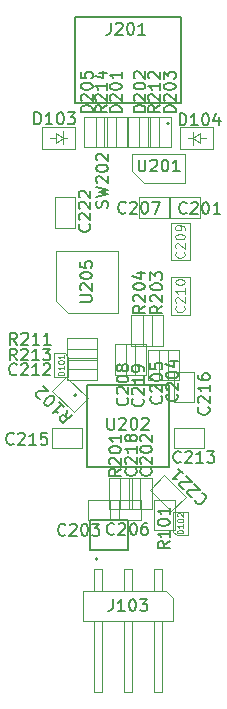
<source format=gbr>
G04 #@! TF.GenerationSoftware,KiCad,Pcbnew,(6.0.4)*
G04 #@! TF.CreationDate,2022-04-24T13:36:31-06:00*
G04 #@! TF.ProjectId,RP2040 Dev Board,52503230-3430-4204-9465-7620426f6172,2*
G04 #@! TF.SameCoordinates,Original*
G04 #@! TF.FileFunction,AssemblyDrawing,Top*
%FSLAX46Y46*%
G04 Gerber Fmt 4.6, Leading zero omitted, Abs format (unit mm)*
G04 Created by KiCad (PCBNEW (6.0.4)) date 2022-04-24 13:36:31*
%MOMM*%
%LPD*%
G01*
G04 APERTURE LIST*
%ADD10C,0.150000*%
%ADD11C,0.080000*%
%ADD12C,0.120000*%
%ADD13C,0.127000*%
%ADD14C,0.200000*%
%ADD15C,0.100000*%
G04 APERTURE END LIST*
D10*
X151370952Y-64327142D02*
X151323333Y-64374761D01*
X151180476Y-64422380D01*
X151085238Y-64422380D01*
X150942380Y-64374761D01*
X150847142Y-64279523D01*
X150799523Y-64184285D01*
X150751904Y-63993809D01*
X150751904Y-63850952D01*
X150799523Y-63660476D01*
X150847142Y-63565238D01*
X150942380Y-63470000D01*
X151085238Y-63422380D01*
X151180476Y-63422380D01*
X151323333Y-63470000D01*
X151370952Y-63517619D01*
X151751904Y-63517619D02*
X151799523Y-63470000D01*
X151894761Y-63422380D01*
X152132857Y-63422380D01*
X152228095Y-63470000D01*
X152275714Y-63517619D01*
X152323333Y-63612857D01*
X152323333Y-63708095D01*
X152275714Y-63850952D01*
X151704285Y-64422380D01*
X152323333Y-64422380D01*
X153275714Y-64422380D02*
X152704285Y-64422380D01*
X152990000Y-64422380D02*
X152990000Y-63422380D01*
X152894761Y-63565238D01*
X152799523Y-63660476D01*
X152704285Y-63708095D01*
X153609047Y-63422380D02*
X154228095Y-63422380D01*
X153894761Y-63803333D01*
X154037619Y-63803333D01*
X154132857Y-63850952D01*
X154180476Y-63898571D01*
X154228095Y-63993809D01*
X154228095Y-64231904D01*
X154180476Y-64327142D01*
X154132857Y-64374761D01*
X154037619Y-64422380D01*
X153751904Y-64422380D01*
X153656666Y-64374761D01*
X153609047Y-64327142D01*
X137220952Y-62797142D02*
X137173333Y-62844761D01*
X137030476Y-62892380D01*
X136935238Y-62892380D01*
X136792380Y-62844761D01*
X136697142Y-62749523D01*
X136649523Y-62654285D01*
X136601904Y-62463809D01*
X136601904Y-62320952D01*
X136649523Y-62130476D01*
X136697142Y-62035238D01*
X136792380Y-61940000D01*
X136935238Y-61892380D01*
X137030476Y-61892380D01*
X137173333Y-61940000D01*
X137220952Y-61987619D01*
X137601904Y-61987619D02*
X137649523Y-61940000D01*
X137744761Y-61892380D01*
X137982857Y-61892380D01*
X138078095Y-61940000D01*
X138125714Y-61987619D01*
X138173333Y-62082857D01*
X138173333Y-62178095D01*
X138125714Y-62320952D01*
X137554285Y-62892380D01*
X138173333Y-62892380D01*
X139125714Y-62892380D02*
X138554285Y-62892380D01*
X138840000Y-62892380D02*
X138840000Y-61892380D01*
X138744761Y-62035238D01*
X138649523Y-62130476D01*
X138554285Y-62178095D01*
X140030476Y-61892380D02*
X139554285Y-61892380D01*
X139506666Y-62368571D01*
X139554285Y-62320952D01*
X139649523Y-62273333D01*
X139887619Y-62273333D01*
X139982857Y-62320952D01*
X140030476Y-62368571D01*
X140078095Y-62463809D01*
X140078095Y-62701904D01*
X140030476Y-62797142D01*
X139982857Y-62844761D01*
X139887619Y-62892380D01*
X139649523Y-62892380D01*
X139554285Y-62844761D01*
X139506666Y-62797142D01*
X145740952Y-70427142D02*
X145693333Y-70474761D01*
X145550476Y-70522380D01*
X145455238Y-70522380D01*
X145312380Y-70474761D01*
X145217142Y-70379523D01*
X145169523Y-70284285D01*
X145121904Y-70093809D01*
X145121904Y-69950952D01*
X145169523Y-69760476D01*
X145217142Y-69665238D01*
X145312380Y-69570000D01*
X145455238Y-69522380D01*
X145550476Y-69522380D01*
X145693333Y-69570000D01*
X145740952Y-69617619D01*
X146121904Y-69617619D02*
X146169523Y-69570000D01*
X146264761Y-69522380D01*
X146502857Y-69522380D01*
X146598095Y-69570000D01*
X146645714Y-69617619D01*
X146693333Y-69712857D01*
X146693333Y-69808095D01*
X146645714Y-69950952D01*
X146074285Y-70522380D01*
X146693333Y-70522380D01*
X147312380Y-69522380D02*
X147407619Y-69522380D01*
X147502857Y-69570000D01*
X147550476Y-69617619D01*
X147598095Y-69712857D01*
X147645714Y-69903333D01*
X147645714Y-70141428D01*
X147598095Y-70331904D01*
X147550476Y-70427142D01*
X147502857Y-70474761D01*
X147407619Y-70522380D01*
X147312380Y-70522380D01*
X147217142Y-70474761D01*
X147169523Y-70427142D01*
X147121904Y-70331904D01*
X147074285Y-70141428D01*
X147074285Y-69903333D01*
X147121904Y-69712857D01*
X147169523Y-69617619D01*
X147217142Y-69570000D01*
X147312380Y-69522380D01*
X148502857Y-69522380D02*
X148312380Y-69522380D01*
X148217142Y-69570000D01*
X148169523Y-69617619D01*
X148074285Y-69760476D01*
X148026666Y-69950952D01*
X148026666Y-70331904D01*
X148074285Y-70427142D01*
X148121904Y-70474761D01*
X148217142Y-70522380D01*
X148407619Y-70522380D01*
X148502857Y-70474761D01*
X148550476Y-70427142D01*
X148598095Y-70331904D01*
X148598095Y-70093809D01*
X148550476Y-69998571D01*
X148502857Y-69950952D01*
X148407619Y-69903333D01*
X148217142Y-69903333D01*
X148121904Y-69950952D01*
X148074285Y-69998571D01*
X148026666Y-70093809D01*
X151027142Y-58609047D02*
X151074761Y-58656666D01*
X151122380Y-58799523D01*
X151122380Y-58894761D01*
X151074761Y-59037619D01*
X150979523Y-59132857D01*
X150884285Y-59180476D01*
X150693809Y-59228095D01*
X150550952Y-59228095D01*
X150360476Y-59180476D01*
X150265238Y-59132857D01*
X150170000Y-59037619D01*
X150122380Y-58894761D01*
X150122380Y-58799523D01*
X150170000Y-58656666D01*
X150217619Y-58609047D01*
X150217619Y-58228095D02*
X150170000Y-58180476D01*
X150122380Y-58085238D01*
X150122380Y-57847142D01*
X150170000Y-57751904D01*
X150217619Y-57704285D01*
X150312857Y-57656666D01*
X150408095Y-57656666D01*
X150550952Y-57704285D01*
X151122380Y-58275714D01*
X151122380Y-57656666D01*
X150122380Y-57037619D02*
X150122380Y-56942380D01*
X150170000Y-56847142D01*
X150217619Y-56799523D01*
X150312857Y-56751904D01*
X150503333Y-56704285D01*
X150741428Y-56704285D01*
X150931904Y-56751904D01*
X151027142Y-56799523D01*
X151074761Y-56847142D01*
X151122380Y-56942380D01*
X151122380Y-57037619D01*
X151074761Y-57132857D01*
X151027142Y-57180476D01*
X150931904Y-57228095D01*
X150741428Y-57275714D01*
X150503333Y-57275714D01*
X150312857Y-57228095D01*
X150217619Y-57180476D01*
X150170000Y-57132857D01*
X150122380Y-57037619D01*
X150455714Y-55847142D02*
X151122380Y-55847142D01*
X150074761Y-56085238D02*
X150789047Y-56323333D01*
X150789047Y-55704285D01*
X151279523Y-35842380D02*
X151279523Y-34842380D01*
X151517619Y-34842380D01*
X151660476Y-34890000D01*
X151755714Y-34985238D01*
X151803333Y-35080476D01*
X151850952Y-35270952D01*
X151850952Y-35413809D01*
X151803333Y-35604285D01*
X151755714Y-35699523D01*
X151660476Y-35794761D01*
X151517619Y-35842380D01*
X151279523Y-35842380D01*
X152803333Y-35842380D02*
X152231904Y-35842380D01*
X152517619Y-35842380D02*
X152517619Y-34842380D01*
X152422380Y-34985238D01*
X152327142Y-35080476D01*
X152231904Y-35128095D01*
X153422380Y-34842380D02*
X153517619Y-34842380D01*
X153612857Y-34890000D01*
X153660476Y-34937619D01*
X153708095Y-35032857D01*
X153755714Y-35223333D01*
X153755714Y-35461428D01*
X153708095Y-35651904D01*
X153660476Y-35747142D01*
X153612857Y-35794761D01*
X153517619Y-35842380D01*
X153422380Y-35842380D01*
X153327142Y-35794761D01*
X153279523Y-35747142D01*
X153231904Y-35651904D01*
X153184285Y-35461428D01*
X153184285Y-35223333D01*
X153231904Y-35032857D01*
X153279523Y-34937619D01*
X153327142Y-34890000D01*
X153422380Y-34842380D01*
X154612857Y-35175714D02*
X154612857Y-35842380D01*
X154374761Y-34794761D02*
X154136666Y-35509047D01*
X154755714Y-35509047D01*
X147557142Y-64899047D02*
X147604761Y-64946666D01*
X147652380Y-65089523D01*
X147652380Y-65184761D01*
X147604761Y-65327619D01*
X147509523Y-65422857D01*
X147414285Y-65470476D01*
X147223809Y-65518095D01*
X147080952Y-65518095D01*
X146890476Y-65470476D01*
X146795238Y-65422857D01*
X146700000Y-65327619D01*
X146652380Y-65184761D01*
X146652380Y-65089523D01*
X146700000Y-64946666D01*
X146747619Y-64899047D01*
X146747619Y-64518095D02*
X146700000Y-64470476D01*
X146652380Y-64375238D01*
X146652380Y-64137142D01*
X146700000Y-64041904D01*
X146747619Y-63994285D01*
X146842857Y-63946666D01*
X146938095Y-63946666D01*
X147080952Y-63994285D01*
X147652380Y-64565714D01*
X147652380Y-63946666D01*
X147652380Y-62994285D02*
X147652380Y-63565714D01*
X147652380Y-63280000D02*
X146652380Y-63280000D01*
X146795238Y-63375238D01*
X146890476Y-63470476D01*
X146938095Y-63565714D01*
X147080952Y-62422857D02*
X147033333Y-62518095D01*
X146985714Y-62565714D01*
X146890476Y-62613333D01*
X146842857Y-62613333D01*
X146747619Y-62565714D01*
X146700000Y-62518095D01*
X146652380Y-62422857D01*
X146652380Y-62232380D01*
X146700000Y-62137142D01*
X146747619Y-62089523D01*
X146842857Y-62041904D01*
X146890476Y-62041904D01*
X146985714Y-62089523D01*
X147033333Y-62137142D01*
X147080952Y-62232380D01*
X147080952Y-62422857D01*
X147128571Y-62518095D01*
X147176190Y-62565714D01*
X147271428Y-62613333D01*
X147461904Y-62613333D01*
X147557142Y-62565714D01*
X147604761Y-62518095D01*
X147652380Y-62422857D01*
X147652380Y-62232380D01*
X147604761Y-62137142D01*
X147557142Y-62089523D01*
X147461904Y-62041904D01*
X147271428Y-62041904D01*
X147176190Y-62089523D01*
X147128571Y-62137142D01*
X147080952Y-62232380D01*
X146700952Y-43227142D02*
X146653333Y-43274761D01*
X146510476Y-43322380D01*
X146415238Y-43322380D01*
X146272380Y-43274761D01*
X146177142Y-43179523D01*
X146129523Y-43084285D01*
X146081904Y-42893809D01*
X146081904Y-42750952D01*
X146129523Y-42560476D01*
X146177142Y-42465238D01*
X146272380Y-42370000D01*
X146415238Y-42322380D01*
X146510476Y-42322380D01*
X146653333Y-42370000D01*
X146700952Y-42417619D01*
X147081904Y-42417619D02*
X147129523Y-42370000D01*
X147224761Y-42322380D01*
X147462857Y-42322380D01*
X147558095Y-42370000D01*
X147605714Y-42417619D01*
X147653333Y-42512857D01*
X147653333Y-42608095D01*
X147605714Y-42750952D01*
X147034285Y-43322380D01*
X147653333Y-43322380D01*
X148272380Y-42322380D02*
X148367619Y-42322380D01*
X148462857Y-42370000D01*
X148510476Y-42417619D01*
X148558095Y-42512857D01*
X148605714Y-42703333D01*
X148605714Y-42941428D01*
X148558095Y-43131904D01*
X148510476Y-43227142D01*
X148462857Y-43274761D01*
X148367619Y-43322380D01*
X148272380Y-43322380D01*
X148177142Y-43274761D01*
X148129523Y-43227142D01*
X148081904Y-43131904D01*
X148034285Y-42941428D01*
X148034285Y-42703333D01*
X148081904Y-42512857D01*
X148129523Y-42417619D01*
X148177142Y-42370000D01*
X148272380Y-42322380D01*
X148939047Y-42322380D02*
X149605714Y-42322380D01*
X149177142Y-43322380D01*
X141610952Y-70497142D02*
X141563333Y-70544761D01*
X141420476Y-70592380D01*
X141325238Y-70592380D01*
X141182380Y-70544761D01*
X141087142Y-70449523D01*
X141039523Y-70354285D01*
X140991904Y-70163809D01*
X140991904Y-70020952D01*
X141039523Y-69830476D01*
X141087142Y-69735238D01*
X141182380Y-69640000D01*
X141325238Y-69592380D01*
X141420476Y-69592380D01*
X141563333Y-69640000D01*
X141610952Y-69687619D01*
X141991904Y-69687619D02*
X142039523Y-69640000D01*
X142134761Y-69592380D01*
X142372857Y-69592380D01*
X142468095Y-69640000D01*
X142515714Y-69687619D01*
X142563333Y-69782857D01*
X142563333Y-69878095D01*
X142515714Y-70020952D01*
X141944285Y-70592380D01*
X142563333Y-70592380D01*
X143182380Y-69592380D02*
X143277619Y-69592380D01*
X143372857Y-69640000D01*
X143420476Y-69687619D01*
X143468095Y-69782857D01*
X143515714Y-69973333D01*
X143515714Y-70211428D01*
X143468095Y-70401904D01*
X143420476Y-70497142D01*
X143372857Y-70544761D01*
X143277619Y-70592380D01*
X143182380Y-70592380D01*
X143087142Y-70544761D01*
X143039523Y-70497142D01*
X142991904Y-70401904D01*
X142944285Y-70211428D01*
X142944285Y-69973333D01*
X142991904Y-69782857D01*
X143039523Y-69687619D01*
X143087142Y-69640000D01*
X143182380Y-69592380D01*
X143849047Y-69592380D02*
X144468095Y-69592380D01*
X144134761Y-69973333D01*
X144277619Y-69973333D01*
X144372857Y-70020952D01*
X144420476Y-70068571D01*
X144468095Y-70163809D01*
X144468095Y-70401904D01*
X144420476Y-70497142D01*
X144372857Y-70544761D01*
X144277619Y-70592380D01*
X143991904Y-70592380D01*
X143896666Y-70544761D01*
X143849047Y-70497142D01*
X146837142Y-58949047D02*
X146884761Y-58996666D01*
X146932380Y-59139523D01*
X146932380Y-59234761D01*
X146884761Y-59377619D01*
X146789523Y-59472857D01*
X146694285Y-59520476D01*
X146503809Y-59568095D01*
X146360952Y-59568095D01*
X146170476Y-59520476D01*
X146075238Y-59472857D01*
X145980000Y-59377619D01*
X145932380Y-59234761D01*
X145932380Y-59139523D01*
X145980000Y-58996666D01*
X146027619Y-58949047D01*
X146027619Y-58568095D02*
X145980000Y-58520476D01*
X145932380Y-58425238D01*
X145932380Y-58187142D01*
X145980000Y-58091904D01*
X146027619Y-58044285D01*
X146122857Y-57996666D01*
X146218095Y-57996666D01*
X146360952Y-58044285D01*
X146932380Y-58615714D01*
X146932380Y-57996666D01*
X145932380Y-57377619D02*
X145932380Y-57282380D01*
X145980000Y-57187142D01*
X146027619Y-57139523D01*
X146122857Y-57091904D01*
X146313333Y-57044285D01*
X146551428Y-57044285D01*
X146741904Y-57091904D01*
X146837142Y-57139523D01*
X146884761Y-57187142D01*
X146932380Y-57282380D01*
X146932380Y-57377619D01*
X146884761Y-57472857D01*
X146837142Y-57520476D01*
X146741904Y-57568095D01*
X146551428Y-57615714D01*
X146313333Y-57615714D01*
X146122857Y-57568095D01*
X146027619Y-57520476D01*
X145980000Y-57472857D01*
X145932380Y-57377619D01*
X146360952Y-56472857D02*
X146313333Y-56568095D01*
X146265714Y-56615714D01*
X146170476Y-56663333D01*
X146122857Y-56663333D01*
X146027619Y-56615714D01*
X145980000Y-56568095D01*
X145932380Y-56472857D01*
X145932380Y-56282380D01*
X145980000Y-56187142D01*
X146027619Y-56139523D01*
X146122857Y-56091904D01*
X146170476Y-56091904D01*
X146265714Y-56139523D01*
X146313333Y-56187142D01*
X146360952Y-56282380D01*
X146360952Y-56472857D01*
X146408571Y-56568095D01*
X146456190Y-56615714D01*
X146551428Y-56663333D01*
X146741904Y-56663333D01*
X146837142Y-56615714D01*
X146884761Y-56568095D01*
X146932380Y-56472857D01*
X146932380Y-56282380D01*
X146884761Y-56187142D01*
X146837142Y-56139523D01*
X146741904Y-56091904D01*
X146551428Y-56091904D01*
X146456190Y-56139523D01*
X146408571Y-56187142D01*
X146360952Y-56282380D01*
X149707142Y-58799047D02*
X149754761Y-58846666D01*
X149802380Y-58989523D01*
X149802380Y-59084761D01*
X149754761Y-59227619D01*
X149659523Y-59322857D01*
X149564285Y-59370476D01*
X149373809Y-59418095D01*
X149230952Y-59418095D01*
X149040476Y-59370476D01*
X148945238Y-59322857D01*
X148850000Y-59227619D01*
X148802380Y-59084761D01*
X148802380Y-58989523D01*
X148850000Y-58846666D01*
X148897619Y-58799047D01*
X148897619Y-58418095D02*
X148850000Y-58370476D01*
X148802380Y-58275238D01*
X148802380Y-58037142D01*
X148850000Y-57941904D01*
X148897619Y-57894285D01*
X148992857Y-57846666D01*
X149088095Y-57846666D01*
X149230952Y-57894285D01*
X149802380Y-58465714D01*
X149802380Y-57846666D01*
X148802380Y-57227619D02*
X148802380Y-57132380D01*
X148850000Y-57037142D01*
X148897619Y-56989523D01*
X148992857Y-56941904D01*
X149183333Y-56894285D01*
X149421428Y-56894285D01*
X149611904Y-56941904D01*
X149707142Y-56989523D01*
X149754761Y-57037142D01*
X149802380Y-57132380D01*
X149802380Y-57227619D01*
X149754761Y-57322857D01*
X149707142Y-57370476D01*
X149611904Y-57418095D01*
X149421428Y-57465714D01*
X149183333Y-57465714D01*
X148992857Y-57418095D01*
X148897619Y-57370476D01*
X148850000Y-57322857D01*
X148802380Y-57227619D01*
X148802380Y-55989523D02*
X148802380Y-56465714D01*
X149278571Y-56513333D01*
X149230952Y-56465714D01*
X149183333Y-56370476D01*
X149183333Y-56132380D01*
X149230952Y-56037142D01*
X149278571Y-55989523D01*
X149373809Y-55941904D01*
X149611904Y-55941904D01*
X149707142Y-55989523D01*
X149754761Y-56037142D01*
X149802380Y-56132380D01*
X149802380Y-56370476D01*
X149754761Y-56465714D01*
X149707142Y-56513333D01*
D11*
X151571190Y-70400238D02*
X151071190Y-70400238D01*
X151071190Y-70281190D01*
X151095000Y-70209761D01*
X151142619Y-70162142D01*
X151190238Y-70138333D01*
X151285476Y-70114523D01*
X151356904Y-70114523D01*
X151452142Y-70138333D01*
X151499761Y-70162142D01*
X151547380Y-70209761D01*
X151571190Y-70281190D01*
X151571190Y-70400238D01*
X151571190Y-69638333D02*
X151571190Y-69924047D01*
X151571190Y-69781190D02*
X151071190Y-69781190D01*
X151142619Y-69828809D01*
X151190238Y-69876428D01*
X151214047Y-69924047D01*
X151071190Y-69328809D02*
X151071190Y-69281190D01*
X151095000Y-69233571D01*
X151118809Y-69209761D01*
X151166428Y-69185952D01*
X151261666Y-69162142D01*
X151380714Y-69162142D01*
X151475952Y-69185952D01*
X151523571Y-69209761D01*
X151547380Y-69233571D01*
X151571190Y-69281190D01*
X151571190Y-69328809D01*
X151547380Y-69376428D01*
X151523571Y-69400238D01*
X151475952Y-69424047D01*
X151380714Y-69447857D01*
X151261666Y-69447857D01*
X151166428Y-69424047D01*
X151118809Y-69400238D01*
X151095000Y-69376428D01*
X151071190Y-69328809D01*
X151118809Y-68971666D02*
X151095000Y-68947857D01*
X151071190Y-68900238D01*
X151071190Y-68781190D01*
X151095000Y-68733571D01*
X151118809Y-68709761D01*
X151166428Y-68685952D01*
X151214047Y-68685952D01*
X151285476Y-68709761D01*
X151571190Y-68995476D01*
X151571190Y-68685952D01*
D10*
X147795714Y-38752380D02*
X147795714Y-39561904D01*
X147843333Y-39657142D01*
X147890952Y-39704761D01*
X147986190Y-39752380D01*
X148176666Y-39752380D01*
X148271904Y-39704761D01*
X148319523Y-39657142D01*
X148367142Y-39561904D01*
X148367142Y-38752380D01*
X148795714Y-38847619D02*
X148843333Y-38800000D01*
X148938571Y-38752380D01*
X149176666Y-38752380D01*
X149271904Y-38800000D01*
X149319523Y-38847619D01*
X149367142Y-38942857D01*
X149367142Y-39038095D01*
X149319523Y-39180952D01*
X148748095Y-39752380D01*
X149367142Y-39752380D01*
X149986190Y-38752380D02*
X150081428Y-38752380D01*
X150176666Y-38800000D01*
X150224285Y-38847619D01*
X150271904Y-38942857D01*
X150319523Y-39133333D01*
X150319523Y-39371428D01*
X150271904Y-39561904D01*
X150224285Y-39657142D01*
X150176666Y-39704761D01*
X150081428Y-39752380D01*
X149986190Y-39752380D01*
X149890952Y-39704761D01*
X149843333Y-39657142D01*
X149795714Y-39561904D01*
X149748095Y-39371428D01*
X149748095Y-39133333D01*
X149795714Y-38942857D01*
X149843333Y-38847619D01*
X149890952Y-38800000D01*
X149986190Y-38752380D01*
X151271904Y-39752380D02*
X150700476Y-39752380D01*
X150986190Y-39752380D02*
X150986190Y-38752380D01*
X150890952Y-38895238D01*
X150795714Y-38990476D01*
X150700476Y-39038095D01*
X153133824Y-66998748D02*
X153201167Y-66998748D01*
X153335854Y-67066091D01*
X153403198Y-67133435D01*
X153470541Y-67268122D01*
X153470541Y-67402809D01*
X153436870Y-67503824D01*
X153335854Y-67672183D01*
X153234839Y-67773198D01*
X153066480Y-67874213D01*
X152965465Y-67907885D01*
X152830778Y-67907885D01*
X152696091Y-67840541D01*
X152628748Y-67773198D01*
X152561404Y-67638511D01*
X152561404Y-67571167D01*
X152292030Y-67301793D02*
X152224687Y-67301793D01*
X152123671Y-67268122D01*
X151955312Y-67099763D01*
X151921641Y-66998748D01*
X151921641Y-66931404D01*
X151955312Y-66830389D01*
X152022656Y-66763045D01*
X152157343Y-66695702D01*
X152965465Y-66695702D01*
X152527732Y-66257969D01*
X151618595Y-66628358D02*
X151551251Y-66628358D01*
X151450236Y-66594687D01*
X151281877Y-66426328D01*
X151248206Y-66325312D01*
X151248206Y-66257969D01*
X151281877Y-66156954D01*
X151349221Y-66089610D01*
X151483908Y-66022267D01*
X152292030Y-66022267D01*
X151854297Y-65584534D01*
X151180862Y-64911099D02*
X151584923Y-65315160D01*
X151382893Y-65113129D02*
X150675786Y-65820236D01*
X150844145Y-65786564D01*
X150978832Y-65786564D01*
X151079847Y-65820236D01*
X142862380Y-50814285D02*
X143671904Y-50814285D01*
X143767142Y-50766666D01*
X143814761Y-50719047D01*
X143862380Y-50623809D01*
X143862380Y-50433333D01*
X143814761Y-50338095D01*
X143767142Y-50290476D01*
X143671904Y-50242857D01*
X142862380Y-50242857D01*
X142957619Y-49814285D02*
X142910000Y-49766666D01*
X142862380Y-49671428D01*
X142862380Y-49433333D01*
X142910000Y-49338095D01*
X142957619Y-49290476D01*
X143052857Y-49242857D01*
X143148095Y-49242857D01*
X143290952Y-49290476D01*
X143862380Y-49861904D01*
X143862380Y-49242857D01*
X142862380Y-48623809D02*
X142862380Y-48528571D01*
X142910000Y-48433333D01*
X142957619Y-48385714D01*
X143052857Y-48338095D01*
X143243333Y-48290476D01*
X143481428Y-48290476D01*
X143671904Y-48338095D01*
X143767142Y-48385714D01*
X143814761Y-48433333D01*
X143862380Y-48528571D01*
X143862380Y-48623809D01*
X143814761Y-48719047D01*
X143767142Y-48766666D01*
X143671904Y-48814285D01*
X143481428Y-48861904D01*
X143243333Y-48861904D01*
X143052857Y-48814285D01*
X142957619Y-48766666D01*
X142910000Y-48719047D01*
X142862380Y-48623809D01*
X142862380Y-47385714D02*
X142862380Y-47861904D01*
X143338571Y-47909523D01*
X143290952Y-47861904D01*
X143243333Y-47766666D01*
X143243333Y-47528571D01*
X143290952Y-47433333D01*
X143338571Y-47385714D01*
X143433809Y-47338095D01*
X143671904Y-47338095D01*
X143767142Y-47385714D01*
X143814761Y-47433333D01*
X143862380Y-47528571D01*
X143862380Y-47766666D01*
X143814761Y-47861904D01*
X143767142Y-47909523D01*
D12*
X151625714Y-51175238D02*
X151663809Y-51213333D01*
X151701904Y-51327619D01*
X151701904Y-51403809D01*
X151663809Y-51518095D01*
X151587619Y-51594285D01*
X151511428Y-51632380D01*
X151359047Y-51670476D01*
X151244761Y-51670476D01*
X151092380Y-51632380D01*
X151016190Y-51594285D01*
X150940000Y-51518095D01*
X150901904Y-51403809D01*
X150901904Y-51327619D01*
X150940000Y-51213333D01*
X150978095Y-51175238D01*
X150978095Y-50870476D02*
X150940000Y-50832380D01*
X150901904Y-50756190D01*
X150901904Y-50565714D01*
X150940000Y-50489523D01*
X150978095Y-50451428D01*
X151054285Y-50413333D01*
X151130476Y-50413333D01*
X151244761Y-50451428D01*
X151701904Y-50908571D01*
X151701904Y-50413333D01*
X151701904Y-49651428D02*
X151701904Y-50108571D01*
X151701904Y-49880000D02*
X150901904Y-49880000D01*
X151016190Y-49956190D01*
X151092380Y-50032380D01*
X151130476Y-50108571D01*
X150901904Y-49156190D02*
X150901904Y-49080000D01*
X150940000Y-49003809D01*
X150978095Y-48965714D01*
X151054285Y-48927619D01*
X151206666Y-48889523D01*
X151397142Y-48889523D01*
X151549523Y-48927619D01*
X151625714Y-48965714D01*
X151663809Y-49003809D01*
X151701904Y-49080000D01*
X151701904Y-49156190D01*
X151663809Y-49232380D01*
X151625714Y-49270476D01*
X151549523Y-49308571D01*
X151397142Y-49346666D01*
X151206666Y-49346666D01*
X151054285Y-49308571D01*
X150978095Y-49270476D01*
X150940000Y-49232380D01*
X150901904Y-49156190D01*
D10*
X145444285Y-27182380D02*
X145444285Y-27896666D01*
X145396666Y-28039523D01*
X145301428Y-28134761D01*
X145158571Y-28182380D01*
X145063333Y-28182380D01*
X145872857Y-27277619D02*
X145920476Y-27230000D01*
X146015714Y-27182380D01*
X146253809Y-27182380D01*
X146349047Y-27230000D01*
X146396666Y-27277619D01*
X146444285Y-27372857D01*
X146444285Y-27468095D01*
X146396666Y-27610952D01*
X145825238Y-28182380D01*
X146444285Y-28182380D01*
X147063333Y-27182380D02*
X147158571Y-27182380D01*
X147253809Y-27230000D01*
X147301428Y-27277619D01*
X147349047Y-27372857D01*
X147396666Y-27563333D01*
X147396666Y-27801428D01*
X147349047Y-27991904D01*
X147301428Y-28087142D01*
X147253809Y-28134761D01*
X147158571Y-28182380D01*
X147063333Y-28182380D01*
X146968095Y-28134761D01*
X146920476Y-28087142D01*
X146872857Y-27991904D01*
X146825238Y-27801428D01*
X146825238Y-27563333D01*
X146872857Y-27372857D01*
X146920476Y-27277619D01*
X146968095Y-27230000D01*
X147063333Y-27182380D01*
X148349047Y-28182380D02*
X147777619Y-28182380D01*
X148063333Y-28182380D02*
X148063333Y-27182380D01*
X147968095Y-27325238D01*
X147872857Y-27420476D01*
X147777619Y-27468095D01*
X143902380Y-34730476D02*
X142902380Y-34730476D01*
X142902380Y-34492380D01*
X142950000Y-34349523D01*
X143045238Y-34254285D01*
X143140476Y-34206666D01*
X143330952Y-34159047D01*
X143473809Y-34159047D01*
X143664285Y-34206666D01*
X143759523Y-34254285D01*
X143854761Y-34349523D01*
X143902380Y-34492380D01*
X143902380Y-34730476D01*
X142997619Y-33778095D02*
X142950000Y-33730476D01*
X142902380Y-33635238D01*
X142902380Y-33397142D01*
X142950000Y-33301904D01*
X142997619Y-33254285D01*
X143092857Y-33206666D01*
X143188095Y-33206666D01*
X143330952Y-33254285D01*
X143902380Y-33825714D01*
X143902380Y-33206666D01*
X142902380Y-32587619D02*
X142902380Y-32492380D01*
X142950000Y-32397142D01*
X142997619Y-32349523D01*
X143092857Y-32301904D01*
X143283333Y-32254285D01*
X143521428Y-32254285D01*
X143711904Y-32301904D01*
X143807142Y-32349523D01*
X143854761Y-32397142D01*
X143902380Y-32492380D01*
X143902380Y-32587619D01*
X143854761Y-32682857D01*
X143807142Y-32730476D01*
X143711904Y-32778095D01*
X143521428Y-32825714D01*
X143283333Y-32825714D01*
X143092857Y-32778095D01*
X142997619Y-32730476D01*
X142950000Y-32682857D01*
X142902380Y-32587619D01*
X142902380Y-31349523D02*
X142902380Y-31825714D01*
X143378571Y-31873333D01*
X143330952Y-31825714D01*
X143283333Y-31730476D01*
X143283333Y-31492380D01*
X143330952Y-31397142D01*
X143378571Y-31349523D01*
X143473809Y-31301904D01*
X143711904Y-31301904D01*
X143807142Y-31349523D01*
X143854761Y-31397142D01*
X143902380Y-31492380D01*
X143902380Y-31730476D01*
X143854761Y-31825714D01*
X143807142Y-31873333D01*
X145165714Y-60622380D02*
X145165714Y-61431904D01*
X145213333Y-61527142D01*
X145260952Y-61574761D01*
X145356190Y-61622380D01*
X145546666Y-61622380D01*
X145641904Y-61574761D01*
X145689523Y-61527142D01*
X145737142Y-61431904D01*
X145737142Y-60622380D01*
X146165714Y-60717619D02*
X146213333Y-60670000D01*
X146308571Y-60622380D01*
X146546666Y-60622380D01*
X146641904Y-60670000D01*
X146689523Y-60717619D01*
X146737142Y-60812857D01*
X146737142Y-60908095D01*
X146689523Y-61050952D01*
X146118095Y-61622380D01*
X146737142Y-61622380D01*
X147356190Y-60622380D02*
X147451428Y-60622380D01*
X147546666Y-60670000D01*
X147594285Y-60717619D01*
X147641904Y-60812857D01*
X147689523Y-61003333D01*
X147689523Y-61241428D01*
X147641904Y-61431904D01*
X147594285Y-61527142D01*
X147546666Y-61574761D01*
X147451428Y-61622380D01*
X147356190Y-61622380D01*
X147260952Y-61574761D01*
X147213333Y-61527142D01*
X147165714Y-61431904D01*
X147118095Y-61241428D01*
X147118095Y-61003333D01*
X147165714Y-60812857D01*
X147213333Y-60717619D01*
X147260952Y-60670000D01*
X147356190Y-60622380D01*
X148070476Y-60717619D02*
X148118095Y-60670000D01*
X148213333Y-60622380D01*
X148451428Y-60622380D01*
X148546666Y-60670000D01*
X148594285Y-60717619D01*
X148641904Y-60812857D01*
X148641904Y-60908095D01*
X148594285Y-61050952D01*
X148022857Y-61622380D01*
X148641904Y-61622380D01*
X153717142Y-59719047D02*
X153764761Y-59766666D01*
X153812380Y-59909523D01*
X153812380Y-60004761D01*
X153764761Y-60147619D01*
X153669523Y-60242857D01*
X153574285Y-60290476D01*
X153383809Y-60338095D01*
X153240952Y-60338095D01*
X153050476Y-60290476D01*
X152955238Y-60242857D01*
X152860000Y-60147619D01*
X152812380Y-60004761D01*
X152812380Y-59909523D01*
X152860000Y-59766666D01*
X152907619Y-59719047D01*
X152907619Y-59338095D02*
X152860000Y-59290476D01*
X152812380Y-59195238D01*
X152812380Y-58957142D01*
X152860000Y-58861904D01*
X152907619Y-58814285D01*
X153002857Y-58766666D01*
X153098095Y-58766666D01*
X153240952Y-58814285D01*
X153812380Y-59385714D01*
X153812380Y-58766666D01*
X153812380Y-57814285D02*
X153812380Y-58385714D01*
X153812380Y-58100000D02*
X152812380Y-58100000D01*
X152955238Y-58195238D01*
X153050476Y-58290476D01*
X153098095Y-58385714D01*
X152812380Y-56957142D02*
X152812380Y-57147619D01*
X152860000Y-57242857D01*
X152907619Y-57290476D01*
X153050476Y-57385714D01*
X153240952Y-57433333D01*
X153621904Y-57433333D01*
X153717142Y-57385714D01*
X153764761Y-57338095D01*
X153812380Y-57242857D01*
X153812380Y-57052380D01*
X153764761Y-56957142D01*
X153717142Y-56909523D01*
X153621904Y-56861904D01*
X153383809Y-56861904D01*
X153288571Y-56909523D01*
X153240952Y-56957142D01*
X153193333Y-57052380D01*
X153193333Y-57242857D01*
X153240952Y-57338095D01*
X153288571Y-57385714D01*
X153383809Y-57433333D01*
D11*
X141486190Y-56997738D02*
X140986190Y-56997738D01*
X140986190Y-56878690D01*
X141010000Y-56807261D01*
X141057619Y-56759642D01*
X141105238Y-56735833D01*
X141200476Y-56712023D01*
X141271904Y-56712023D01*
X141367142Y-56735833D01*
X141414761Y-56759642D01*
X141462380Y-56807261D01*
X141486190Y-56878690D01*
X141486190Y-56997738D01*
X141486190Y-56235833D02*
X141486190Y-56521547D01*
X141486190Y-56378690D02*
X140986190Y-56378690D01*
X141057619Y-56426309D01*
X141105238Y-56473928D01*
X141129047Y-56521547D01*
X140986190Y-55926309D02*
X140986190Y-55878690D01*
X141010000Y-55831071D01*
X141033809Y-55807261D01*
X141081428Y-55783452D01*
X141176666Y-55759642D01*
X141295714Y-55759642D01*
X141390952Y-55783452D01*
X141438571Y-55807261D01*
X141462380Y-55831071D01*
X141486190Y-55878690D01*
X141486190Y-55926309D01*
X141462380Y-55973928D01*
X141438571Y-55997738D01*
X141390952Y-56021547D01*
X141295714Y-56045357D01*
X141176666Y-56045357D01*
X141081428Y-56021547D01*
X141033809Y-55997738D01*
X141010000Y-55973928D01*
X140986190Y-55926309D01*
X141486190Y-55283452D02*
X141486190Y-55569166D01*
X141486190Y-55426309D02*
X140986190Y-55426309D01*
X141057619Y-55473928D01*
X141105238Y-55521547D01*
X141129047Y-55569166D01*
D10*
X145624285Y-75972380D02*
X145624285Y-76686666D01*
X145576666Y-76829523D01*
X145481428Y-76924761D01*
X145338571Y-76972380D01*
X145243333Y-76972380D01*
X146624285Y-76972380D02*
X146052857Y-76972380D01*
X146338571Y-76972380D02*
X146338571Y-75972380D01*
X146243333Y-76115238D01*
X146148095Y-76210476D01*
X146052857Y-76258095D01*
X147243333Y-75972380D02*
X147338571Y-75972380D01*
X147433809Y-76020000D01*
X147481428Y-76067619D01*
X147529047Y-76162857D01*
X147576666Y-76353333D01*
X147576666Y-76591428D01*
X147529047Y-76781904D01*
X147481428Y-76877142D01*
X147433809Y-76924761D01*
X147338571Y-76972380D01*
X147243333Y-76972380D01*
X147148095Y-76924761D01*
X147100476Y-76877142D01*
X147052857Y-76781904D01*
X147005238Y-76591428D01*
X147005238Y-76353333D01*
X147052857Y-76162857D01*
X147100476Y-76067619D01*
X147148095Y-76020000D01*
X147243333Y-75972380D01*
X147910000Y-75972380D02*
X148529047Y-75972380D01*
X148195714Y-76353333D01*
X148338571Y-76353333D01*
X148433809Y-76400952D01*
X148481428Y-76448571D01*
X148529047Y-76543809D01*
X148529047Y-76781904D01*
X148481428Y-76877142D01*
X148433809Y-76924761D01*
X148338571Y-76972380D01*
X148052857Y-76972380D01*
X147957619Y-76924761D01*
X147910000Y-76877142D01*
X149612380Y-34159047D02*
X149136190Y-34492380D01*
X149612380Y-34730476D02*
X148612380Y-34730476D01*
X148612380Y-34349523D01*
X148660000Y-34254285D01*
X148707619Y-34206666D01*
X148802857Y-34159047D01*
X148945714Y-34159047D01*
X149040952Y-34206666D01*
X149088571Y-34254285D01*
X149136190Y-34349523D01*
X149136190Y-34730476D01*
X148707619Y-33778095D02*
X148660000Y-33730476D01*
X148612380Y-33635238D01*
X148612380Y-33397142D01*
X148660000Y-33301904D01*
X148707619Y-33254285D01*
X148802857Y-33206666D01*
X148898095Y-33206666D01*
X149040952Y-33254285D01*
X149612380Y-33825714D01*
X149612380Y-33206666D01*
X149612380Y-32254285D02*
X149612380Y-32825714D01*
X149612380Y-32540000D02*
X148612380Y-32540000D01*
X148755238Y-32635238D01*
X148850476Y-32730476D01*
X148898095Y-32825714D01*
X148707619Y-31873333D02*
X148660000Y-31825714D01*
X148612380Y-31730476D01*
X148612380Y-31492380D01*
X148660000Y-31397142D01*
X148707619Y-31349523D01*
X148802857Y-31301904D01*
X148898095Y-31301904D01*
X149040952Y-31349523D01*
X149612380Y-31920952D01*
X149612380Y-31301904D01*
X137480952Y-55752380D02*
X137147619Y-55276190D01*
X136909523Y-55752380D02*
X136909523Y-54752380D01*
X137290476Y-54752380D01*
X137385714Y-54800000D01*
X137433333Y-54847619D01*
X137480952Y-54942857D01*
X137480952Y-55085714D01*
X137433333Y-55180952D01*
X137385714Y-55228571D01*
X137290476Y-55276190D01*
X136909523Y-55276190D01*
X137861904Y-54847619D02*
X137909523Y-54800000D01*
X138004761Y-54752380D01*
X138242857Y-54752380D01*
X138338095Y-54800000D01*
X138385714Y-54847619D01*
X138433333Y-54942857D01*
X138433333Y-55038095D01*
X138385714Y-55180952D01*
X137814285Y-55752380D01*
X138433333Y-55752380D01*
X139385714Y-55752380D02*
X138814285Y-55752380D01*
X139100000Y-55752380D02*
X139100000Y-54752380D01*
X139004761Y-54895238D01*
X138909523Y-54990476D01*
X138814285Y-55038095D01*
X139719047Y-54752380D02*
X140338095Y-54752380D01*
X140004761Y-55133333D01*
X140147619Y-55133333D01*
X140242857Y-55180952D01*
X140290476Y-55228571D01*
X140338095Y-55323809D01*
X140338095Y-55561904D01*
X140290476Y-55657142D01*
X140242857Y-55704761D01*
X140147619Y-55752380D01*
X139861904Y-55752380D01*
X139766666Y-55704761D01*
X139719047Y-55657142D01*
X145144761Y-42825714D02*
X145192380Y-42682857D01*
X145192380Y-42444761D01*
X145144761Y-42349523D01*
X145097142Y-42301904D01*
X145001904Y-42254285D01*
X144906666Y-42254285D01*
X144811428Y-42301904D01*
X144763809Y-42349523D01*
X144716190Y-42444761D01*
X144668571Y-42635238D01*
X144620952Y-42730476D01*
X144573333Y-42778095D01*
X144478095Y-42825714D01*
X144382857Y-42825714D01*
X144287619Y-42778095D01*
X144240000Y-42730476D01*
X144192380Y-42635238D01*
X144192380Y-42397142D01*
X144240000Y-42254285D01*
X144192380Y-41920952D02*
X145192380Y-41682857D01*
X144478095Y-41492380D01*
X145192380Y-41301904D01*
X144192380Y-41063809D01*
X144287619Y-40730476D02*
X144240000Y-40682857D01*
X144192380Y-40587619D01*
X144192380Y-40349523D01*
X144240000Y-40254285D01*
X144287619Y-40206666D01*
X144382857Y-40159047D01*
X144478095Y-40159047D01*
X144620952Y-40206666D01*
X145192380Y-40778095D01*
X145192380Y-40159047D01*
X144192380Y-39540000D02*
X144192380Y-39444761D01*
X144240000Y-39349523D01*
X144287619Y-39301904D01*
X144382857Y-39254285D01*
X144573333Y-39206666D01*
X144811428Y-39206666D01*
X145001904Y-39254285D01*
X145097142Y-39301904D01*
X145144761Y-39349523D01*
X145192380Y-39444761D01*
X145192380Y-39540000D01*
X145144761Y-39635238D01*
X145097142Y-39682857D01*
X145001904Y-39730476D01*
X144811428Y-39778095D01*
X144573333Y-39778095D01*
X144382857Y-39730476D01*
X144287619Y-39682857D01*
X144240000Y-39635238D01*
X144192380Y-39540000D01*
X144287619Y-38825714D02*
X144240000Y-38778095D01*
X144192380Y-38682857D01*
X144192380Y-38444761D01*
X144240000Y-38349523D01*
X144287619Y-38301904D01*
X144382857Y-38254285D01*
X144478095Y-38254285D01*
X144620952Y-38301904D01*
X145192380Y-38873333D01*
X145192380Y-38254285D01*
X148137142Y-59009047D02*
X148184761Y-59056666D01*
X148232380Y-59199523D01*
X148232380Y-59294761D01*
X148184761Y-59437619D01*
X148089523Y-59532857D01*
X147994285Y-59580476D01*
X147803809Y-59628095D01*
X147660952Y-59628095D01*
X147470476Y-59580476D01*
X147375238Y-59532857D01*
X147280000Y-59437619D01*
X147232380Y-59294761D01*
X147232380Y-59199523D01*
X147280000Y-59056666D01*
X147327619Y-59009047D01*
X147327619Y-58628095D02*
X147280000Y-58580476D01*
X147232380Y-58485238D01*
X147232380Y-58247142D01*
X147280000Y-58151904D01*
X147327619Y-58104285D01*
X147422857Y-58056666D01*
X147518095Y-58056666D01*
X147660952Y-58104285D01*
X148232380Y-58675714D01*
X148232380Y-58056666D01*
X148232380Y-57104285D02*
X148232380Y-57675714D01*
X148232380Y-57390000D02*
X147232380Y-57390000D01*
X147375238Y-57485238D01*
X147470476Y-57580476D01*
X147518095Y-57675714D01*
X148232380Y-56628095D02*
X148232380Y-56437619D01*
X148184761Y-56342380D01*
X148137142Y-56294761D01*
X147994285Y-56199523D01*
X147803809Y-56151904D01*
X147422857Y-56151904D01*
X147327619Y-56199523D01*
X147280000Y-56247142D01*
X147232380Y-56342380D01*
X147232380Y-56532857D01*
X147280000Y-56628095D01*
X147327619Y-56675714D01*
X147422857Y-56723333D01*
X147660952Y-56723333D01*
X147756190Y-56675714D01*
X147803809Y-56628095D01*
X147851428Y-56532857D01*
X147851428Y-56342380D01*
X147803809Y-56247142D01*
X147756190Y-56199523D01*
X147660952Y-56151904D01*
X138979523Y-35762380D02*
X138979523Y-34762380D01*
X139217619Y-34762380D01*
X139360476Y-34810000D01*
X139455714Y-34905238D01*
X139503333Y-35000476D01*
X139550952Y-35190952D01*
X139550952Y-35333809D01*
X139503333Y-35524285D01*
X139455714Y-35619523D01*
X139360476Y-35714761D01*
X139217619Y-35762380D01*
X138979523Y-35762380D01*
X140503333Y-35762380D02*
X139931904Y-35762380D01*
X140217619Y-35762380D02*
X140217619Y-34762380D01*
X140122380Y-34905238D01*
X140027142Y-35000476D01*
X139931904Y-35048095D01*
X141122380Y-34762380D02*
X141217619Y-34762380D01*
X141312857Y-34810000D01*
X141360476Y-34857619D01*
X141408095Y-34952857D01*
X141455714Y-35143333D01*
X141455714Y-35381428D01*
X141408095Y-35571904D01*
X141360476Y-35667142D01*
X141312857Y-35714761D01*
X141217619Y-35762380D01*
X141122380Y-35762380D01*
X141027142Y-35714761D01*
X140979523Y-35667142D01*
X140931904Y-35571904D01*
X140884285Y-35381428D01*
X140884285Y-35143333D01*
X140931904Y-34952857D01*
X140979523Y-34857619D01*
X141027142Y-34810000D01*
X141122380Y-34762380D01*
X141789047Y-34762380D02*
X142408095Y-34762380D01*
X142074761Y-35143333D01*
X142217619Y-35143333D01*
X142312857Y-35190952D01*
X142360476Y-35238571D01*
X142408095Y-35333809D01*
X142408095Y-35571904D01*
X142360476Y-35667142D01*
X142312857Y-35714761D01*
X142217619Y-35762380D01*
X141931904Y-35762380D01*
X141836666Y-35714761D01*
X141789047Y-35667142D01*
X148332380Y-51129047D02*
X147856190Y-51462380D01*
X148332380Y-51700476D02*
X147332380Y-51700476D01*
X147332380Y-51319523D01*
X147380000Y-51224285D01*
X147427619Y-51176666D01*
X147522857Y-51129047D01*
X147665714Y-51129047D01*
X147760952Y-51176666D01*
X147808571Y-51224285D01*
X147856190Y-51319523D01*
X147856190Y-51700476D01*
X147427619Y-50748095D02*
X147380000Y-50700476D01*
X147332380Y-50605238D01*
X147332380Y-50367142D01*
X147380000Y-50271904D01*
X147427619Y-50224285D01*
X147522857Y-50176666D01*
X147618095Y-50176666D01*
X147760952Y-50224285D01*
X148332380Y-50795714D01*
X148332380Y-50176666D01*
X147332380Y-49557619D02*
X147332380Y-49462380D01*
X147380000Y-49367142D01*
X147427619Y-49319523D01*
X147522857Y-49271904D01*
X147713333Y-49224285D01*
X147951428Y-49224285D01*
X148141904Y-49271904D01*
X148237142Y-49319523D01*
X148284761Y-49367142D01*
X148332380Y-49462380D01*
X148332380Y-49557619D01*
X148284761Y-49652857D01*
X148237142Y-49700476D01*
X148141904Y-49748095D01*
X147951428Y-49795714D01*
X147713333Y-49795714D01*
X147522857Y-49748095D01*
X147427619Y-49700476D01*
X147380000Y-49652857D01*
X147332380Y-49557619D01*
X147665714Y-48367142D02*
X148332380Y-48367142D01*
X147284761Y-48605238D02*
X147999047Y-48843333D01*
X147999047Y-48224285D01*
X145122380Y-34169047D02*
X144646190Y-34502380D01*
X145122380Y-34740476D02*
X144122380Y-34740476D01*
X144122380Y-34359523D01*
X144170000Y-34264285D01*
X144217619Y-34216666D01*
X144312857Y-34169047D01*
X144455714Y-34169047D01*
X144550952Y-34216666D01*
X144598571Y-34264285D01*
X144646190Y-34359523D01*
X144646190Y-34740476D01*
X144217619Y-33788095D02*
X144170000Y-33740476D01*
X144122380Y-33645238D01*
X144122380Y-33407142D01*
X144170000Y-33311904D01*
X144217619Y-33264285D01*
X144312857Y-33216666D01*
X144408095Y-33216666D01*
X144550952Y-33264285D01*
X145122380Y-33835714D01*
X145122380Y-33216666D01*
X145122380Y-32264285D02*
X145122380Y-32835714D01*
X145122380Y-32550000D02*
X144122380Y-32550000D01*
X144265238Y-32645238D01*
X144360476Y-32740476D01*
X144408095Y-32835714D01*
X144455714Y-31407142D02*
X145122380Y-31407142D01*
X144074761Y-31645238D02*
X144789047Y-31883333D01*
X144789047Y-31264285D01*
X141741167Y-59961404D02*
X141640152Y-60533824D01*
X142145228Y-60365465D02*
X141438122Y-61072572D01*
X141168748Y-60803198D01*
X141135076Y-60702183D01*
X141135076Y-60634839D01*
X141168748Y-60533824D01*
X141269763Y-60432809D01*
X141370778Y-60399137D01*
X141438122Y-60399137D01*
X141539137Y-60432809D01*
X141808511Y-60702183D01*
X141067732Y-59287969D02*
X141471793Y-59692030D01*
X141269763Y-59490000D02*
X140562656Y-60197106D01*
X140731015Y-60163435D01*
X140865702Y-60163435D01*
X140966717Y-60197106D01*
X139922893Y-59557343D02*
X139855549Y-59490000D01*
X139821877Y-59388984D01*
X139821877Y-59321641D01*
X139855549Y-59220625D01*
X139956564Y-59052267D01*
X140124923Y-58883908D01*
X140293282Y-58782893D01*
X140394297Y-58749221D01*
X140461641Y-58749221D01*
X140562656Y-58782893D01*
X140630000Y-58850236D01*
X140663671Y-58951251D01*
X140663671Y-59018595D01*
X140630000Y-59119610D01*
X140528984Y-59287969D01*
X140360625Y-59456328D01*
X140192267Y-59557343D01*
X140091251Y-59591015D01*
X140023908Y-59591015D01*
X139922893Y-59557343D01*
X139485160Y-58984923D02*
X139417816Y-58984923D01*
X139316801Y-58951251D01*
X139148442Y-58782893D01*
X139114771Y-58681877D01*
X139114771Y-58614534D01*
X139148442Y-58513519D01*
X139215786Y-58446175D01*
X139350473Y-58378832D01*
X140158595Y-58378832D01*
X139720862Y-57941099D01*
X137500952Y-54412380D02*
X137167619Y-53936190D01*
X136929523Y-54412380D02*
X136929523Y-53412380D01*
X137310476Y-53412380D01*
X137405714Y-53460000D01*
X137453333Y-53507619D01*
X137500952Y-53602857D01*
X137500952Y-53745714D01*
X137453333Y-53840952D01*
X137405714Y-53888571D01*
X137310476Y-53936190D01*
X136929523Y-53936190D01*
X137881904Y-53507619D02*
X137929523Y-53460000D01*
X138024761Y-53412380D01*
X138262857Y-53412380D01*
X138358095Y-53460000D01*
X138405714Y-53507619D01*
X138453333Y-53602857D01*
X138453333Y-53698095D01*
X138405714Y-53840952D01*
X137834285Y-54412380D01*
X138453333Y-54412380D01*
X139405714Y-54412380D02*
X138834285Y-54412380D01*
X139120000Y-54412380D02*
X139120000Y-53412380D01*
X139024761Y-53555238D01*
X138929523Y-53650476D01*
X138834285Y-53698095D01*
X140358095Y-54412380D02*
X139786666Y-54412380D01*
X140072380Y-54412380D02*
X140072380Y-53412380D01*
X139977142Y-53555238D01*
X139881904Y-53650476D01*
X139786666Y-53698095D01*
D12*
X151625714Y-46585238D02*
X151663809Y-46623333D01*
X151701904Y-46737619D01*
X151701904Y-46813809D01*
X151663809Y-46928095D01*
X151587619Y-47004285D01*
X151511428Y-47042380D01*
X151359047Y-47080476D01*
X151244761Y-47080476D01*
X151092380Y-47042380D01*
X151016190Y-47004285D01*
X150940000Y-46928095D01*
X150901904Y-46813809D01*
X150901904Y-46737619D01*
X150940000Y-46623333D01*
X150978095Y-46585238D01*
X150978095Y-46280476D02*
X150940000Y-46242380D01*
X150901904Y-46166190D01*
X150901904Y-45975714D01*
X150940000Y-45899523D01*
X150978095Y-45861428D01*
X151054285Y-45823333D01*
X151130476Y-45823333D01*
X151244761Y-45861428D01*
X151701904Y-46318571D01*
X151701904Y-45823333D01*
X150901904Y-45328095D02*
X150901904Y-45251904D01*
X150940000Y-45175714D01*
X150978095Y-45137619D01*
X151054285Y-45099523D01*
X151206666Y-45061428D01*
X151397142Y-45061428D01*
X151549523Y-45099523D01*
X151625714Y-45137619D01*
X151663809Y-45175714D01*
X151701904Y-45251904D01*
X151701904Y-45328095D01*
X151663809Y-45404285D01*
X151625714Y-45442380D01*
X151549523Y-45480476D01*
X151397142Y-45518571D01*
X151206666Y-45518571D01*
X151054285Y-45480476D01*
X150978095Y-45442380D01*
X150940000Y-45404285D01*
X150901904Y-45328095D01*
X151701904Y-44680476D02*
X151701904Y-44528095D01*
X151663809Y-44451904D01*
X151625714Y-44413809D01*
X151511428Y-44337619D01*
X151359047Y-44299523D01*
X151054285Y-44299523D01*
X150978095Y-44337619D01*
X150940000Y-44375714D01*
X150901904Y-44451904D01*
X150901904Y-44604285D01*
X150940000Y-44680476D01*
X150978095Y-44718571D01*
X151054285Y-44756666D01*
X151244761Y-44756666D01*
X151320952Y-44718571D01*
X151359047Y-44680476D01*
X151397142Y-44604285D01*
X151397142Y-44451904D01*
X151359047Y-44375714D01*
X151320952Y-44337619D01*
X151244761Y-44299523D01*
D10*
X151860952Y-43257142D02*
X151813333Y-43304761D01*
X151670476Y-43352380D01*
X151575238Y-43352380D01*
X151432380Y-43304761D01*
X151337142Y-43209523D01*
X151289523Y-43114285D01*
X151241904Y-42923809D01*
X151241904Y-42780952D01*
X151289523Y-42590476D01*
X151337142Y-42495238D01*
X151432380Y-42400000D01*
X151575238Y-42352380D01*
X151670476Y-42352380D01*
X151813333Y-42400000D01*
X151860952Y-42447619D01*
X152241904Y-42447619D02*
X152289523Y-42400000D01*
X152384761Y-42352380D01*
X152622857Y-42352380D01*
X152718095Y-42400000D01*
X152765714Y-42447619D01*
X152813333Y-42542857D01*
X152813333Y-42638095D01*
X152765714Y-42780952D01*
X152194285Y-43352380D01*
X152813333Y-43352380D01*
X153432380Y-42352380D02*
X153527619Y-42352380D01*
X153622857Y-42400000D01*
X153670476Y-42447619D01*
X153718095Y-42542857D01*
X153765714Y-42733333D01*
X153765714Y-42971428D01*
X153718095Y-43161904D01*
X153670476Y-43257142D01*
X153622857Y-43304761D01*
X153527619Y-43352380D01*
X153432380Y-43352380D01*
X153337142Y-43304761D01*
X153289523Y-43257142D01*
X153241904Y-43161904D01*
X153194285Y-42971428D01*
X153194285Y-42733333D01*
X153241904Y-42542857D01*
X153289523Y-42447619D01*
X153337142Y-42400000D01*
X153432380Y-42352380D01*
X154718095Y-43352380D02*
X154146666Y-43352380D01*
X154432380Y-43352380D02*
X154432380Y-42352380D01*
X154337142Y-42495238D01*
X154241904Y-42590476D01*
X154146666Y-42638095D01*
X137480952Y-56917142D02*
X137433333Y-56964761D01*
X137290476Y-57012380D01*
X137195238Y-57012380D01*
X137052380Y-56964761D01*
X136957142Y-56869523D01*
X136909523Y-56774285D01*
X136861904Y-56583809D01*
X136861904Y-56440952D01*
X136909523Y-56250476D01*
X136957142Y-56155238D01*
X137052380Y-56060000D01*
X137195238Y-56012380D01*
X137290476Y-56012380D01*
X137433333Y-56060000D01*
X137480952Y-56107619D01*
X137861904Y-56107619D02*
X137909523Y-56060000D01*
X138004761Y-56012380D01*
X138242857Y-56012380D01*
X138338095Y-56060000D01*
X138385714Y-56107619D01*
X138433333Y-56202857D01*
X138433333Y-56298095D01*
X138385714Y-56440952D01*
X137814285Y-57012380D01*
X138433333Y-57012380D01*
X139385714Y-57012380D02*
X138814285Y-57012380D01*
X139100000Y-57012380D02*
X139100000Y-56012380D01*
X139004761Y-56155238D01*
X138909523Y-56250476D01*
X138814285Y-56298095D01*
X139766666Y-56107619D02*
X139814285Y-56060000D01*
X139909523Y-56012380D01*
X140147619Y-56012380D01*
X140242857Y-56060000D01*
X140290476Y-56107619D01*
X140338095Y-56202857D01*
X140338095Y-56298095D01*
X140290476Y-56440952D01*
X139719047Y-57012380D01*
X140338095Y-57012380D01*
X148382380Y-34720476D02*
X147382380Y-34720476D01*
X147382380Y-34482380D01*
X147430000Y-34339523D01*
X147525238Y-34244285D01*
X147620476Y-34196666D01*
X147810952Y-34149047D01*
X147953809Y-34149047D01*
X148144285Y-34196666D01*
X148239523Y-34244285D01*
X148334761Y-34339523D01*
X148382380Y-34482380D01*
X148382380Y-34720476D01*
X147477619Y-33768095D02*
X147430000Y-33720476D01*
X147382380Y-33625238D01*
X147382380Y-33387142D01*
X147430000Y-33291904D01*
X147477619Y-33244285D01*
X147572857Y-33196666D01*
X147668095Y-33196666D01*
X147810952Y-33244285D01*
X148382380Y-33815714D01*
X148382380Y-33196666D01*
X147382380Y-32577619D02*
X147382380Y-32482380D01*
X147430000Y-32387142D01*
X147477619Y-32339523D01*
X147572857Y-32291904D01*
X147763333Y-32244285D01*
X148001428Y-32244285D01*
X148191904Y-32291904D01*
X148287142Y-32339523D01*
X148334761Y-32387142D01*
X148382380Y-32482380D01*
X148382380Y-32577619D01*
X148334761Y-32672857D01*
X148287142Y-32720476D01*
X148191904Y-32768095D01*
X148001428Y-32815714D01*
X147763333Y-32815714D01*
X147572857Y-32768095D01*
X147477619Y-32720476D01*
X147430000Y-32672857D01*
X147382380Y-32577619D01*
X147477619Y-31863333D02*
X147430000Y-31815714D01*
X147382380Y-31720476D01*
X147382380Y-31482380D01*
X147430000Y-31387142D01*
X147477619Y-31339523D01*
X147572857Y-31291904D01*
X147668095Y-31291904D01*
X147810952Y-31339523D01*
X148382380Y-31910952D01*
X148382380Y-31291904D01*
X149802380Y-51149047D02*
X149326190Y-51482380D01*
X149802380Y-51720476D02*
X148802380Y-51720476D01*
X148802380Y-51339523D01*
X148850000Y-51244285D01*
X148897619Y-51196666D01*
X148992857Y-51149047D01*
X149135714Y-51149047D01*
X149230952Y-51196666D01*
X149278571Y-51244285D01*
X149326190Y-51339523D01*
X149326190Y-51720476D01*
X148897619Y-50768095D02*
X148850000Y-50720476D01*
X148802380Y-50625238D01*
X148802380Y-50387142D01*
X148850000Y-50291904D01*
X148897619Y-50244285D01*
X148992857Y-50196666D01*
X149088095Y-50196666D01*
X149230952Y-50244285D01*
X149802380Y-50815714D01*
X149802380Y-50196666D01*
X148802380Y-49577619D02*
X148802380Y-49482380D01*
X148850000Y-49387142D01*
X148897619Y-49339523D01*
X148992857Y-49291904D01*
X149183333Y-49244285D01*
X149421428Y-49244285D01*
X149611904Y-49291904D01*
X149707142Y-49339523D01*
X149754761Y-49387142D01*
X149802380Y-49482380D01*
X149802380Y-49577619D01*
X149754761Y-49672857D01*
X149707142Y-49720476D01*
X149611904Y-49768095D01*
X149421428Y-49815714D01*
X149183333Y-49815714D01*
X148992857Y-49768095D01*
X148897619Y-49720476D01*
X148850000Y-49672857D01*
X148802380Y-49577619D01*
X148802380Y-48910952D02*
X148802380Y-48291904D01*
X149183333Y-48625238D01*
X149183333Y-48482380D01*
X149230952Y-48387142D01*
X149278571Y-48339523D01*
X149373809Y-48291904D01*
X149611904Y-48291904D01*
X149707142Y-48339523D01*
X149754761Y-48387142D01*
X149802380Y-48482380D01*
X149802380Y-48768095D01*
X149754761Y-48863333D01*
X149707142Y-48910952D01*
X150422380Y-71079047D02*
X149946190Y-71412380D01*
X150422380Y-71650476D02*
X149422380Y-71650476D01*
X149422380Y-71269523D01*
X149470000Y-71174285D01*
X149517619Y-71126666D01*
X149612857Y-71079047D01*
X149755714Y-71079047D01*
X149850952Y-71126666D01*
X149898571Y-71174285D01*
X149946190Y-71269523D01*
X149946190Y-71650476D01*
X150422380Y-70126666D02*
X150422380Y-70698095D01*
X150422380Y-70412380D02*
X149422380Y-70412380D01*
X149565238Y-70507619D01*
X149660476Y-70602857D01*
X149708095Y-70698095D01*
X149422380Y-69507619D02*
X149422380Y-69412380D01*
X149470000Y-69317142D01*
X149517619Y-69269523D01*
X149612857Y-69221904D01*
X149803333Y-69174285D01*
X150041428Y-69174285D01*
X150231904Y-69221904D01*
X150327142Y-69269523D01*
X150374761Y-69317142D01*
X150422380Y-69412380D01*
X150422380Y-69507619D01*
X150374761Y-69602857D01*
X150327142Y-69650476D01*
X150231904Y-69698095D01*
X150041428Y-69745714D01*
X149803333Y-69745714D01*
X149612857Y-69698095D01*
X149517619Y-69650476D01*
X149470000Y-69602857D01*
X149422380Y-69507619D01*
X150422380Y-68221904D02*
X150422380Y-68793333D01*
X150422380Y-68507619D02*
X149422380Y-68507619D01*
X149565238Y-68602857D01*
X149660476Y-68698095D01*
X149708095Y-68793333D01*
X146312380Y-64939047D02*
X145836190Y-65272380D01*
X146312380Y-65510476D02*
X145312380Y-65510476D01*
X145312380Y-65129523D01*
X145360000Y-65034285D01*
X145407619Y-64986666D01*
X145502857Y-64939047D01*
X145645714Y-64939047D01*
X145740952Y-64986666D01*
X145788571Y-65034285D01*
X145836190Y-65129523D01*
X145836190Y-65510476D01*
X145407619Y-64558095D02*
X145360000Y-64510476D01*
X145312380Y-64415238D01*
X145312380Y-64177142D01*
X145360000Y-64081904D01*
X145407619Y-64034285D01*
X145502857Y-63986666D01*
X145598095Y-63986666D01*
X145740952Y-64034285D01*
X146312380Y-64605714D01*
X146312380Y-63986666D01*
X145312380Y-63367619D02*
X145312380Y-63272380D01*
X145360000Y-63177142D01*
X145407619Y-63129523D01*
X145502857Y-63081904D01*
X145693333Y-63034285D01*
X145931428Y-63034285D01*
X146121904Y-63081904D01*
X146217142Y-63129523D01*
X146264761Y-63177142D01*
X146312380Y-63272380D01*
X146312380Y-63367619D01*
X146264761Y-63462857D01*
X146217142Y-63510476D01*
X146121904Y-63558095D01*
X145931428Y-63605714D01*
X145693333Y-63605714D01*
X145502857Y-63558095D01*
X145407619Y-63510476D01*
X145360000Y-63462857D01*
X145312380Y-63367619D01*
X146312380Y-62081904D02*
X146312380Y-62653333D01*
X146312380Y-62367619D02*
X145312380Y-62367619D01*
X145455238Y-62462857D01*
X145550476Y-62558095D01*
X145598095Y-62653333D01*
X148837142Y-64899047D02*
X148884761Y-64946666D01*
X148932380Y-65089523D01*
X148932380Y-65184761D01*
X148884761Y-65327619D01*
X148789523Y-65422857D01*
X148694285Y-65470476D01*
X148503809Y-65518095D01*
X148360952Y-65518095D01*
X148170476Y-65470476D01*
X148075238Y-65422857D01*
X147980000Y-65327619D01*
X147932380Y-65184761D01*
X147932380Y-65089523D01*
X147980000Y-64946666D01*
X148027619Y-64899047D01*
X148027619Y-64518095D02*
X147980000Y-64470476D01*
X147932380Y-64375238D01*
X147932380Y-64137142D01*
X147980000Y-64041904D01*
X148027619Y-63994285D01*
X148122857Y-63946666D01*
X148218095Y-63946666D01*
X148360952Y-63994285D01*
X148932380Y-64565714D01*
X148932380Y-63946666D01*
X147932380Y-63327619D02*
X147932380Y-63232380D01*
X147980000Y-63137142D01*
X148027619Y-63089523D01*
X148122857Y-63041904D01*
X148313333Y-62994285D01*
X148551428Y-62994285D01*
X148741904Y-63041904D01*
X148837142Y-63089523D01*
X148884761Y-63137142D01*
X148932380Y-63232380D01*
X148932380Y-63327619D01*
X148884761Y-63422857D01*
X148837142Y-63470476D01*
X148741904Y-63518095D01*
X148551428Y-63565714D01*
X148313333Y-63565714D01*
X148122857Y-63518095D01*
X148027619Y-63470476D01*
X147980000Y-63422857D01*
X147932380Y-63327619D01*
X148027619Y-62613333D02*
X147980000Y-62565714D01*
X147932380Y-62470476D01*
X147932380Y-62232380D01*
X147980000Y-62137142D01*
X148027619Y-62089523D01*
X148122857Y-62041904D01*
X148218095Y-62041904D01*
X148360952Y-62089523D01*
X148932380Y-62660952D01*
X148932380Y-62041904D01*
X143627142Y-44229047D02*
X143674761Y-44276666D01*
X143722380Y-44419523D01*
X143722380Y-44514761D01*
X143674761Y-44657619D01*
X143579523Y-44752857D01*
X143484285Y-44800476D01*
X143293809Y-44848095D01*
X143150952Y-44848095D01*
X142960476Y-44800476D01*
X142865238Y-44752857D01*
X142770000Y-44657619D01*
X142722380Y-44514761D01*
X142722380Y-44419523D01*
X142770000Y-44276666D01*
X142817619Y-44229047D01*
X142817619Y-43848095D02*
X142770000Y-43800476D01*
X142722380Y-43705238D01*
X142722380Y-43467142D01*
X142770000Y-43371904D01*
X142817619Y-43324285D01*
X142912857Y-43276666D01*
X143008095Y-43276666D01*
X143150952Y-43324285D01*
X143722380Y-43895714D01*
X143722380Y-43276666D01*
X142817619Y-42895714D02*
X142770000Y-42848095D01*
X142722380Y-42752857D01*
X142722380Y-42514761D01*
X142770000Y-42419523D01*
X142817619Y-42371904D01*
X142912857Y-42324285D01*
X143008095Y-42324285D01*
X143150952Y-42371904D01*
X143722380Y-42943333D01*
X143722380Y-42324285D01*
X142817619Y-41943333D02*
X142770000Y-41895714D01*
X142722380Y-41800476D01*
X142722380Y-41562380D01*
X142770000Y-41467142D01*
X142817619Y-41419523D01*
X142912857Y-41371904D01*
X143008095Y-41371904D01*
X143150952Y-41419523D01*
X143722380Y-41990952D01*
X143722380Y-41371904D01*
X146362380Y-34740476D02*
X145362380Y-34740476D01*
X145362380Y-34502380D01*
X145410000Y-34359523D01*
X145505238Y-34264285D01*
X145600476Y-34216666D01*
X145790952Y-34169047D01*
X145933809Y-34169047D01*
X146124285Y-34216666D01*
X146219523Y-34264285D01*
X146314761Y-34359523D01*
X146362380Y-34502380D01*
X146362380Y-34740476D01*
X145457619Y-33788095D02*
X145410000Y-33740476D01*
X145362380Y-33645238D01*
X145362380Y-33407142D01*
X145410000Y-33311904D01*
X145457619Y-33264285D01*
X145552857Y-33216666D01*
X145648095Y-33216666D01*
X145790952Y-33264285D01*
X146362380Y-33835714D01*
X146362380Y-33216666D01*
X145362380Y-32597619D02*
X145362380Y-32502380D01*
X145410000Y-32407142D01*
X145457619Y-32359523D01*
X145552857Y-32311904D01*
X145743333Y-32264285D01*
X145981428Y-32264285D01*
X146171904Y-32311904D01*
X146267142Y-32359523D01*
X146314761Y-32407142D01*
X146362380Y-32502380D01*
X146362380Y-32597619D01*
X146314761Y-32692857D01*
X146267142Y-32740476D01*
X146171904Y-32788095D01*
X145981428Y-32835714D01*
X145743333Y-32835714D01*
X145552857Y-32788095D01*
X145457619Y-32740476D01*
X145410000Y-32692857D01*
X145362380Y-32597619D01*
X146362380Y-31311904D02*
X146362380Y-31883333D01*
X146362380Y-31597619D02*
X145362380Y-31597619D01*
X145505238Y-31692857D01*
X145600476Y-31788095D01*
X145648095Y-31883333D01*
X150932380Y-34740476D02*
X149932380Y-34740476D01*
X149932380Y-34502380D01*
X149980000Y-34359523D01*
X150075238Y-34264285D01*
X150170476Y-34216666D01*
X150360952Y-34169047D01*
X150503809Y-34169047D01*
X150694285Y-34216666D01*
X150789523Y-34264285D01*
X150884761Y-34359523D01*
X150932380Y-34502380D01*
X150932380Y-34740476D01*
X150027619Y-33788095D02*
X149980000Y-33740476D01*
X149932380Y-33645238D01*
X149932380Y-33407142D01*
X149980000Y-33311904D01*
X150027619Y-33264285D01*
X150122857Y-33216666D01*
X150218095Y-33216666D01*
X150360952Y-33264285D01*
X150932380Y-33835714D01*
X150932380Y-33216666D01*
X149932380Y-32597619D02*
X149932380Y-32502380D01*
X149980000Y-32407142D01*
X150027619Y-32359523D01*
X150122857Y-32311904D01*
X150313333Y-32264285D01*
X150551428Y-32264285D01*
X150741904Y-32311904D01*
X150837142Y-32359523D01*
X150884761Y-32407142D01*
X150932380Y-32502380D01*
X150932380Y-32597619D01*
X150884761Y-32692857D01*
X150837142Y-32740476D01*
X150741904Y-32788095D01*
X150551428Y-32835714D01*
X150313333Y-32835714D01*
X150122857Y-32788095D01*
X150027619Y-32740476D01*
X149980000Y-32692857D01*
X149932380Y-32597619D01*
X149932380Y-31930952D02*
X149932380Y-31311904D01*
X150313333Y-31645238D01*
X150313333Y-31502380D01*
X150360952Y-31407142D01*
X150408571Y-31359523D01*
X150503809Y-31311904D01*
X150741904Y-31311904D01*
X150837142Y-31359523D01*
X150884761Y-31407142D01*
X150932380Y-31502380D01*
X150932380Y-31788095D01*
X150884761Y-31883333D01*
X150837142Y-31930952D01*
D13*
X143720000Y-71770000D02*
X143720000Y-69270000D01*
X143720000Y-69270000D02*
X146920000Y-69270000D01*
X146920000Y-69270000D02*
X146920000Y-71770000D01*
X146920000Y-71770000D02*
X143720000Y-71770000D01*
D14*
X144320000Y-72570000D02*
G75*
G03*
X144320000Y-72570000I-100000J0D01*
G01*
D12*
X150760000Y-63150000D02*
X150760000Y-61450000D01*
X150760000Y-61450000D02*
X153360000Y-61450000D01*
X153360000Y-63150000D02*
X150760000Y-63150000D01*
X153360000Y-61450000D02*
X153360000Y-63150000D01*
X143050000Y-61460000D02*
X143050000Y-63160000D01*
X143050000Y-63160000D02*
X140450000Y-63160000D01*
X140450000Y-61460000D02*
X143050000Y-61460000D01*
X140450000Y-63160000D02*
X140450000Y-61460000D01*
X145370000Y-69260000D02*
X145370000Y-67560000D01*
X147970000Y-67560000D02*
X147970000Y-69260000D01*
X145370000Y-67560000D02*
X147970000Y-67560000D01*
X147970000Y-69260000D02*
X145370000Y-69260000D01*
X149530000Y-57450000D02*
X149530000Y-54850000D01*
X151230000Y-57450000D02*
X149530000Y-57450000D01*
X149530000Y-54850000D02*
X151230000Y-54850000D01*
X151230000Y-54850000D02*
X151230000Y-57450000D01*
D15*
X152970000Y-37330000D02*
X152370000Y-36930000D01*
X151970000Y-36930000D02*
X152370000Y-36930000D01*
X154120000Y-37830000D02*
X151320000Y-37830000D01*
X152370000Y-36930000D02*
X152970000Y-36530000D01*
X154120000Y-36030000D02*
X154120000Y-37830000D01*
X152370000Y-36930000D02*
X152370000Y-36380000D01*
X152370000Y-36930000D02*
X152370000Y-37480000D01*
X151320000Y-37830000D02*
X151320000Y-36030000D01*
X152970000Y-36530000D02*
X152970000Y-37330000D01*
X151320000Y-36030000D02*
X154120000Y-36030000D01*
X152970000Y-36930000D02*
X153470000Y-36930000D01*
D12*
X147960000Y-65710000D02*
X147960000Y-68310000D01*
X147960000Y-68310000D02*
X146260000Y-68310000D01*
X146260000Y-65710000D02*
X147960000Y-65710000D01*
X146260000Y-68310000D02*
X146260000Y-65710000D01*
X147860000Y-41960000D02*
X150460000Y-41960000D01*
X150460000Y-41960000D02*
X150460000Y-43660000D01*
X150460000Y-43660000D02*
X147860000Y-43660000D01*
X147860000Y-43660000D02*
X147860000Y-41960000D01*
X143520000Y-67560000D02*
X146120000Y-67560000D01*
X146120000Y-69260000D02*
X143520000Y-69260000D01*
X146120000Y-67560000D02*
X146120000Y-69260000D01*
X143520000Y-69260000D02*
X143520000Y-67560000D01*
X145790000Y-54350000D02*
X147490000Y-54350000D01*
X147490000Y-56950000D02*
X145790000Y-56950000D01*
X145790000Y-56950000D02*
X145790000Y-54350000D01*
X147490000Y-54350000D02*
X147490000Y-56950000D01*
X148580000Y-57450000D02*
X148580000Y-54850000D01*
X150280000Y-57450000D02*
X148580000Y-57450000D01*
X150280000Y-54850000D02*
X150280000Y-57450000D01*
X148580000Y-54850000D02*
X150280000Y-54850000D01*
D15*
X151945000Y-68555000D02*
X150745000Y-68555000D01*
X150745000Y-70255000D02*
X151045000Y-70555000D01*
X151945000Y-70555000D02*
X151945000Y-68555000D01*
X151045000Y-70555000D02*
X151945000Y-70555000D01*
X150745000Y-68555000D02*
X150745000Y-70255000D01*
X151760000Y-38250000D02*
X151760000Y-40750000D01*
X151760000Y-40750000D02*
X148260000Y-40750000D01*
X147260000Y-39750000D02*
X147260000Y-38250000D01*
X148260000Y-40750000D02*
X147260000Y-39750000D01*
X147260000Y-38250000D02*
X151760000Y-38250000D01*
D12*
X148749720Y-66691802D02*
X149951802Y-65489720D01*
X150588198Y-68530280D02*
X148749720Y-66691802D01*
X151790280Y-67328198D02*
X150588198Y-68530280D01*
X149951802Y-65489720D02*
X151790280Y-67328198D01*
D15*
X146025000Y-46485000D02*
X146025000Y-51715000D01*
X146025000Y-51715000D02*
X141795000Y-51715000D01*
X140795000Y-50715000D02*
X140795000Y-46485000D01*
X141795000Y-51715000D02*
X140795000Y-50715000D01*
X140795000Y-46485000D02*
X146025000Y-46485000D01*
X152140000Y-51880000D02*
X150540000Y-51880000D01*
X152140000Y-48680000D02*
X152140000Y-51880000D01*
X150540000Y-48680000D02*
X152140000Y-48680000D01*
X150540000Y-51880000D02*
X150540000Y-48680000D01*
D13*
X151380000Y-34000000D02*
X151380000Y-26700000D01*
X142440000Y-26700000D02*
X142440000Y-34000000D01*
X151380000Y-26700000D02*
X142440000Y-26700000D01*
X142440000Y-34000000D02*
X151380000Y-34000000D01*
D14*
X150410000Y-35700000D02*
G75*
G03*
X150410000Y-35700000I-100000J0D01*
G01*
D12*
X143210000Y-35120000D02*
X144910000Y-35120000D01*
X143210000Y-37720000D02*
X143210000Y-35120000D01*
X144910000Y-35120000D02*
X144910000Y-37720000D01*
X144910000Y-37720000D02*
X143210000Y-37720000D01*
D13*
X150410000Y-57800000D02*
X143410000Y-57800000D01*
X150410000Y-64800000D02*
X143410000Y-64800000D01*
X150410000Y-64800000D02*
X150410000Y-57800000D01*
X143410000Y-64800000D02*
X143410000Y-57800000D01*
D14*
X142535000Y-58700000D02*
G75*
G03*
X142535000Y-58700000I-100000J0D01*
G01*
D12*
X150770000Y-56700000D02*
X152470000Y-56700000D01*
X150770000Y-59300000D02*
X150770000Y-56700000D01*
X152470000Y-56700000D02*
X152470000Y-59300000D01*
X152470000Y-59300000D02*
X150770000Y-59300000D01*
D15*
X140660000Y-55152500D02*
X140660000Y-57152500D01*
X141860000Y-57152500D02*
X141860000Y-55452500D01*
X140660000Y-57152500D02*
X141860000Y-57152500D01*
X141860000Y-55452500D02*
X141560000Y-55152500D01*
X141560000Y-55152500D02*
X140660000Y-55152500D01*
X143100000Y-75250000D02*
X150085000Y-75250000D01*
X150720000Y-75885000D02*
X150720000Y-77790000D01*
X149770000Y-83790000D02*
X149130000Y-83790000D01*
X144690000Y-83790000D02*
X144050000Y-83790000D01*
X149770000Y-73430000D02*
X149130000Y-73430000D01*
X144690000Y-73430000D02*
X144690000Y-75250000D01*
X143100000Y-77790000D02*
X143100000Y-75250000D01*
X149770000Y-77790000D02*
X149770000Y-83790000D01*
X147230000Y-77790000D02*
X147230000Y-83790000D01*
X146590000Y-77790000D02*
X146590000Y-83790000D01*
X146590000Y-73430000D02*
X146590000Y-75250000D01*
X147230000Y-73430000D02*
X146590000Y-73430000D01*
X149770000Y-73430000D02*
X149770000Y-75250000D01*
X144690000Y-77790000D02*
X144690000Y-83790000D01*
X149130000Y-73430000D02*
X149130000Y-75250000D01*
X144050000Y-73430000D02*
X144050000Y-75250000D01*
X150085000Y-75250000D02*
X150720000Y-75885000D01*
X147230000Y-83790000D02*
X146590000Y-83790000D01*
X149130000Y-77790000D02*
X149130000Y-83790000D01*
X144050000Y-77790000D02*
X144050000Y-83790000D01*
X147230000Y-73430000D02*
X147230000Y-75250000D01*
X150720000Y-77790000D02*
X143100000Y-77790000D01*
X144690000Y-73430000D02*
X144050000Y-73430000D01*
D12*
X149560000Y-37720000D02*
X147860000Y-37720000D01*
X147860000Y-37720000D02*
X147860000Y-35120000D01*
X149560000Y-35120000D02*
X149560000Y-37720000D01*
X147860000Y-35120000D02*
X149560000Y-35120000D01*
X141710000Y-54775000D02*
X144310000Y-54775000D01*
X144310000Y-54775000D02*
X144310000Y-56475000D01*
X141710000Y-56475000D02*
X141710000Y-54775000D01*
X144310000Y-56475000D02*
X141710000Y-56475000D01*
X148440000Y-56950000D02*
X146740000Y-56950000D01*
X148440000Y-54350000D02*
X148440000Y-56950000D01*
X146740000Y-56950000D02*
X146740000Y-54350000D01*
X146740000Y-54350000D02*
X148440000Y-54350000D01*
D15*
X140770000Y-36920000D02*
X140270000Y-36920000D01*
X141370000Y-36920000D02*
X140770000Y-37320000D01*
X139620000Y-36020000D02*
X142420000Y-36020000D01*
X142420000Y-36020000D02*
X142420000Y-37820000D01*
X141770000Y-36920000D02*
X141370000Y-36920000D01*
X140770000Y-36520000D02*
X141370000Y-36920000D01*
X139620000Y-37820000D02*
X139620000Y-36020000D01*
X140770000Y-37320000D02*
X140770000Y-36520000D01*
X142420000Y-37820000D02*
X139620000Y-37820000D01*
X141370000Y-36920000D02*
X141370000Y-37470000D01*
X141370000Y-36920000D02*
X141370000Y-36370000D01*
D12*
X147200000Y-54540000D02*
X147200000Y-51940000D01*
X147200000Y-51940000D02*
X148900000Y-51940000D01*
X148900000Y-54540000D02*
X147200000Y-54540000D01*
X148900000Y-51940000D02*
X148900000Y-54540000D01*
X144155000Y-37720000D02*
X144155000Y-35120000D01*
X145855000Y-37720000D02*
X144155000Y-37720000D01*
X145855000Y-35120000D02*
X145855000Y-37720000D01*
X144155000Y-35120000D02*
X145855000Y-35120000D01*
X142298198Y-60160280D02*
X140459720Y-58321802D01*
X141661802Y-57119720D02*
X143500280Y-58958198D01*
X143500280Y-58958198D02*
X142298198Y-60160280D01*
X140459720Y-58321802D02*
X141661802Y-57119720D01*
X144310000Y-55525000D02*
X141710000Y-55525000D01*
X141710000Y-53825000D02*
X144310000Y-53825000D01*
X144310000Y-53825000D02*
X144310000Y-55525000D01*
X141710000Y-55525000D02*
X141710000Y-53825000D01*
D15*
X152140000Y-44090000D02*
X152140000Y-47290000D01*
X152140000Y-47290000D02*
X150540000Y-47290000D01*
X150540000Y-47290000D02*
X150540000Y-44090000D01*
X150540000Y-44090000D02*
X152140000Y-44090000D01*
D12*
X150410000Y-43660000D02*
X150410000Y-41960000D01*
X153010000Y-41960000D02*
X153010000Y-43660000D01*
X150410000Y-41960000D02*
X153010000Y-41960000D01*
X153010000Y-43660000D02*
X150410000Y-43660000D01*
X141710000Y-57440000D02*
X141710000Y-55740000D01*
X141710000Y-55740000D02*
X144310000Y-55740000D01*
X144310000Y-55740000D02*
X144310000Y-57440000D01*
X144310000Y-57440000D02*
X141710000Y-57440000D01*
X146910000Y-35120000D02*
X148610000Y-35120000D01*
X146910000Y-37720000D02*
X146910000Y-35120000D01*
X148610000Y-35120000D02*
X148610000Y-37720000D01*
X148610000Y-37720000D02*
X146910000Y-37720000D01*
X149850000Y-51940000D02*
X149850000Y-54540000D01*
X149850000Y-54540000D02*
X148150000Y-54540000D01*
X148150000Y-51940000D02*
X149850000Y-51940000D01*
X148150000Y-54540000D02*
X148150000Y-51940000D01*
X150845000Y-67555000D02*
X150845000Y-70155000D01*
X149145000Y-67555000D02*
X150845000Y-67555000D01*
X149145000Y-70155000D02*
X149145000Y-67555000D01*
X150845000Y-70155000D02*
X149145000Y-70155000D01*
X147010000Y-68310000D02*
X145310000Y-68310000D01*
X145310000Y-65710000D02*
X147010000Y-65710000D01*
X147010000Y-65710000D02*
X147010000Y-68310000D01*
X145310000Y-68310000D02*
X145310000Y-65710000D01*
X148910000Y-68310000D02*
X147210000Y-68310000D01*
X148910000Y-65710000D02*
X148910000Y-68310000D01*
X147210000Y-65710000D02*
X148910000Y-65710000D01*
X147210000Y-68310000D02*
X147210000Y-65710000D01*
X142400000Y-44560000D02*
X140700000Y-44560000D01*
X142400000Y-41960000D02*
X142400000Y-44560000D01*
X140700000Y-44560000D02*
X140700000Y-41960000D01*
X140700000Y-41960000D02*
X142400000Y-41960000D01*
X145110000Y-35120000D02*
X146810000Y-35120000D01*
X146810000Y-37720000D02*
X145110000Y-37720000D01*
X145110000Y-37720000D02*
X145110000Y-35120000D01*
X146810000Y-35120000D02*
X146810000Y-37720000D01*
X148810000Y-35120000D02*
X150510000Y-35120000D01*
X150510000Y-35120000D02*
X150510000Y-37720000D01*
X150510000Y-37720000D02*
X148810000Y-37720000D01*
X148810000Y-37720000D02*
X148810000Y-35120000D01*
M02*

</source>
